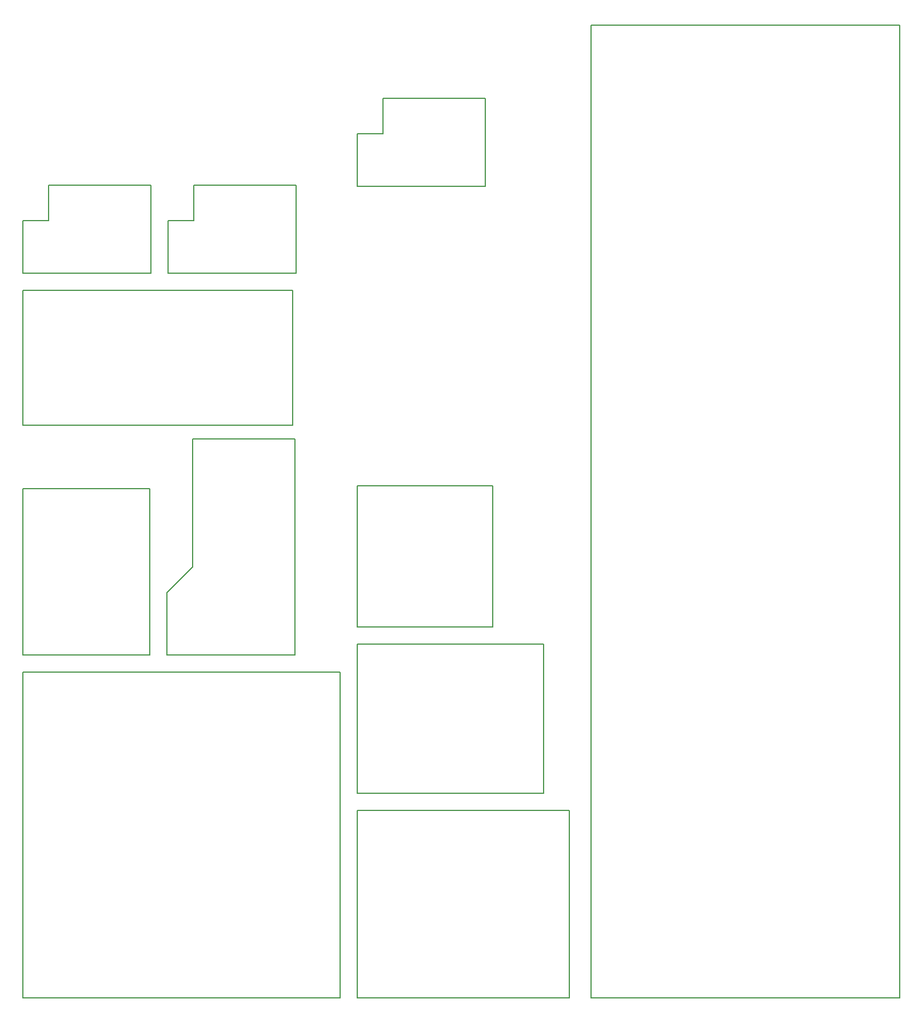
<source format=gbr>
*
%LPD*%
%LNMargin*%
%FSLAX25Y25*%
%MOIN*%
%AD*%
%AD*%
%ADD16C,0.007874016*%
G54D16*
%SRX1Y1I0.0J0.0*%
G1X187000Y2000D2*
G1X2000Y2000D1*
G1X187000Y192000D2*
G1X187000Y2000D1*
G1X2000Y192000D2*
G1X187000Y192000D1*
G1X2000Y2000D2*
G1X2000Y192000D1*
G1X305700Y121400D2*
G1X197000Y121400D1*
G1X305700Y208400D2*
G1X305700Y121400D1*
G1X197000Y208400D2*
G1X305700Y208400D1*
G1X197000Y121400D2*
G1X197000Y208400D1*
G1X513450Y569450D2*
G1X513450Y1950D1*
G1X333450Y569450D2*
G1X513450Y569450D1*
G1X333500Y2000D2*
G1X333500Y569500D1*
G1X513450Y1950D2*
G1X333450Y1950D1*
G1X320700Y2000D2*
G1X197000Y2000D1*
G1X320700Y111400D2*
G1X320700Y2000D1*
G1X197000Y111400D2*
G1X320700Y111400D1*
G1X197000Y2000D2*
G1X197000Y111400D1*
G1X76100Y202000D2*
G1X2000Y202000D1*
G1X76100Y298900D2*
G1X76100Y202000D1*
G1X76000Y298900D2*
G1X76100Y298900D1*
G1X2000Y298900D2*
G1X76000Y298900D1*
G1X2000Y202000D2*
G1X2000Y298900D1*
G1X276100Y300550D2*
G1X197000Y300550D1*
G1X276100Y218400D2*
G1X276100Y300550D1*
G1X197000Y218400D2*
G1X276100Y218400D1*
G1X197000Y300550D2*
G1X197000Y218400D1*
G1X160800Y202000D2*
G1X86100Y202000D1*
G1X160800Y328000D2*
G1X160800Y202000D1*
G1X101100Y328000D2*
G1X160800Y328000D1*
G1X101100Y253500D2*
G1X101100Y328000D1*
G1X86100Y238500D2*
G1X101100Y253500D1*
G1X86100Y202000D2*
G1X86100Y238500D1*
G1X159480Y414740D2*
G1X2000Y414740D1*
G1X159480Y336000D2*
G1X159480Y414740D1*
G1X2000Y336000D2*
G1X159480Y336000D1*
G1X2000Y414740D2*
G1X2000Y336000D1*
G1X17000Y455500D2*
G1X17000Y476000D1*
G1X2000Y455500D2*
G1X17000Y455500D1*
G1X2000Y424700D2*
G1X2000Y455500D1*
G1X76700Y424700D2*
G1X2000Y424700D1*
G1X76700Y476000D2*
G1X76700Y424700D1*
G1X17000Y476000D2*
G1X76700Y476000D1*
G1X101700Y455400D2*
G1X101700Y475900D1*
G1X86700Y455400D2*
G1X101700Y455400D1*
G1X86700Y424600D2*
G1X86700Y455400D1*
G1X161400Y424600D2*
G1X86700Y424600D1*
G1X161400Y475900D2*
G1X161400Y424600D1*
G1X101700Y475900D2*
G1X161400Y475900D1*
G1X212000Y506100D2*
G1X212000Y526600D1*
G1X197000Y506100D2*
G1X212000Y506100D1*
G1X197000Y475300D2*
G1X197000Y506100D1*
G1X271700Y475300D2*
G1X197000Y475300D1*
G1X271700Y526600D2*
G1X271700Y475300D1*
G1X212000Y526600D2*
G1X271700Y526600D1*
M2*

</source>
